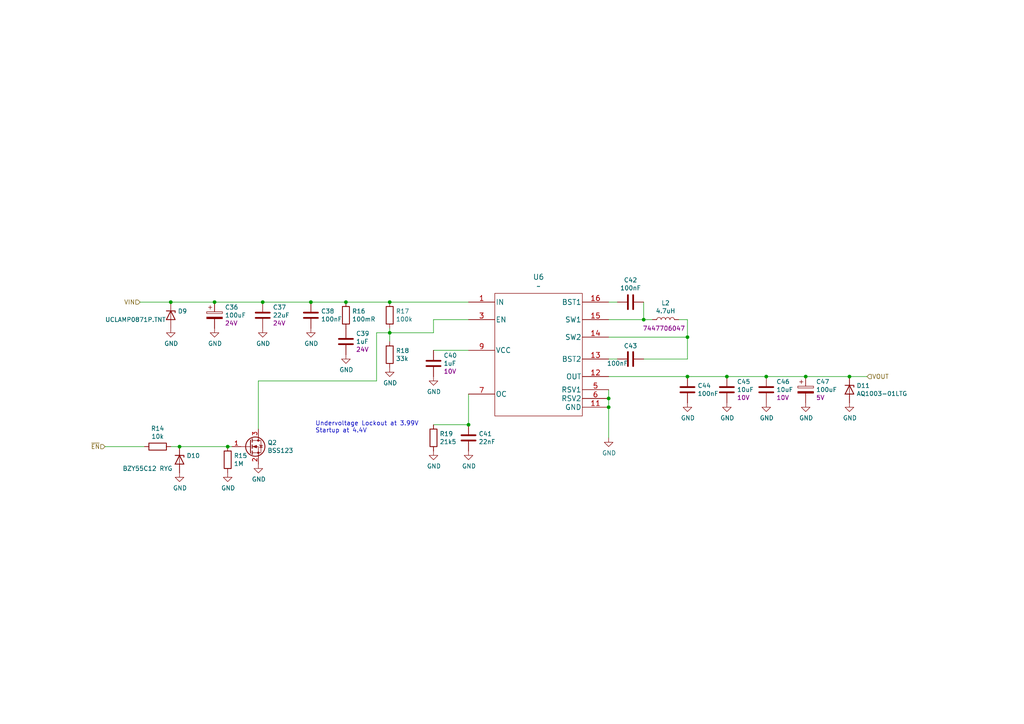
<source format=kicad_sch>
(kicad_sch (version 20211123) (generator eeschema)
  (paper "A4")
  (lib_symbols
    (symbol "Device:C" (pin_numbers hide) (pin_names (offset 0.254))
      (property "Reference" "C" (at 0.635 2.54 0))
      (property "Value" "C" (at 0.635 -2.54 0))
      (symbol "C_0_1"
        (polyline (pts (xy -2.032 -0.762) (xy 2.032 -0.762)) (stroke (width 0.508)))
        (polyline (pts (xy -2.032 0.762) (xy 2.032 0.762)) (stroke (width 0.508)))
      )
      (symbol "C_1_1"
        (pin passive line (at 0 3.81 270) (length 2.794) (name "~") (number "1"))
        (pin passive line (at 0 -3.81 90) (length 2.794) (name "~") (number "2"))
      )
    )
    (symbol "Device:D_Zener" (pin_numbers hide) (pin_names (offset 1.016) hide)
      (property "Reference" "D" (at 0 2.54 0))
      (property "Value" "D_Zener" (at 0 -2.54 0))
      (symbol "D_Zener_0_1"
        (polyline (pts (xy 1.27 0) (xy -1.27 0)))
        (polyline (pts (xy -1.27 -1.27) (xy -1.27 1.27) (xy -0.762 1.27)) (stroke (width 0.254)))
        (polyline (pts (xy 1.27 -1.27) (xy 1.27 1.27) (xy -1.27 0) (xy 1.27 -1.27)) (stroke (width 0.254)))
      )
      (symbol "D_Zener_1_1"
        (pin passive line (at -3.81 0 0) (length 2.54) (name "K") (number "1"))
        (pin passive line (at 3.81 0 180) (length 2.54) (name "A") (number "2"))
      )
    )
    (symbol "Device:L" (pin_numbers hide) (pin_names (offset 1.016) hide)
      (property "Reference" "L" (at -1.27 0 90))
      (property "Value" "L" (at 1.905 0 90))
      (symbol "L_0_1"
        (arc (start 0 -2.54) (mid 0.635 -1.905) (end 0 -1.27))
        (arc (start 0 -1.27) (mid 0.635 -0.635) (end 0 0))
        (arc (start 0 0) (mid 0.635 0.635) (end 0 1.27))
        (arc (start 0 1.27) (mid 0.635 1.905) (end 0 2.54))
      )
      (symbol "L_1_1"
        (pin passive line (at 0 3.81 270) (length 1.27) (name "1") (number "1"))
        (pin passive line (at 0 -3.81 90) (length 1.27) (name "2") (number "2"))
      )
    )
    (symbol "Device:Q_NMOS_GSD" (pin_names (offset 0) hide)
      (property "Reference" "Q" (at 5.08 1.27 0))
      (property "Value" "Q_NMOS_GSD" (at 5.08 -1.27 0))
      (symbol "Q_NMOS_GSD_0_1"
        (polyline (pts (xy 0.254 0) (xy -2.54 0)))
        (polyline (pts (xy 0.254 1.905) (xy 0.254 -1.905)) (stroke (width 0.254)))
        (polyline (pts (xy 0.762 -1.27) (xy 0.762 -2.286)) (stroke (width 0.254)))
        (polyline (pts (xy 0.762 0.508) (xy 0.762 -0.508)) (stroke (width 0.254)))
        (polyline (pts (xy 0.762 2.286) (xy 0.762 1.27)) (stroke (width 0.254)))
        (polyline (pts (xy 2.54 2.54) (xy 2.54 1.778)))
        (polyline (pts (xy 2.54 -2.54) (xy 2.54 0) (xy 0.762 0)))
        (polyline (pts (xy 0.762 -1.778) (xy 3.302 -1.778) (xy 3.302 1.778) (xy 0.762 1.778)))
        (polyline (pts (xy 1.016 0) (xy 2.032 0.381) (xy 2.032 -0.381) (xy 1.016 0)) (fill (type outline)))
        (polyline (pts (xy 2.794 0.508) (xy 2.921 0.381) (xy 3.683 0.381) (xy 3.81 0.254)))
        (polyline (pts (xy 3.302 0.381) (xy 2.921 -0.254) (xy 3.683 -0.254) (xy 3.302 0.381)))
        (circle (center 1.651 0) (radius 2.794) (stroke (width 0.254)))
        (circle (center 2.54 -1.778) (radius 0.254) (fill (type outline)))
        (circle (center 2.54 1.778) (radius 0.254) (fill (type outline)))
      )
      (symbol "Q_NMOS_GSD_1_1"
        (pin input line (at -5.08 0 0) (length 2.54) (name "G") (number "1"))
        (pin passive line (at 2.54 -5.08 90) (length 2.54) (name "S") (number "2"))
        (pin passive line (at 2.54 5.08 270) (length 2.54) (name "D") (number "3"))
      )
    )
    (symbol "Device:R" (pin_numbers hide) (pin_names (offset 0))
      (property "Reference" "R" (at 2.032 0 90))
      (property "Value" "R" (at 0 0 90))
      (symbol "R_0_1"
        (rectangle (start -1.016 -2.54) (end 1.016 2.54) (stroke (width 0.254)))
      )
      (symbol "R_1_1"
        (pin passive line (at 0 3.81 270) (length 1.27) (name "~") (number "1"))
        (pin passive line (at 0 -3.81 90) (length 1.27) (name "~") (number "2"))
      )
    )
    (symbol "STS1_DCDC:MP28167GQ" (pin_names (offset 0.254))
      (property "Reference" "U" (at 20.32 10.16 0))
      (property "Value" "MP28167GQ" (at 20.32 7.62 0))
      (symbol "MP28167GQ_1_1"
        (rectangle (start 7.62 2.54) (end 33.02 -33.02))
        (pin input line (at 0 0 0) (length 7.62) (name "IN") (number "1"))
        (pin power_in line (at 40.64 -30.48 180) (length 7.62) hide (name "AGND") (number "10"))
        (pin power_in line (at 40.64 -30.48 180) (length 7.62) (name "GND") (number "11"))
        (pin output line (at 40.64 -21.59 180) (length 7.62) (name "OUT") (number "12"))
        (pin bidirectional line (at 40.64 -16.51 180) (length 7.62) (name "BST2") (number "13"))
        (pin bidirectional line (at 40.64 -10.16 180) (length 7.62) (name "SW2") (number "14"))
        (pin bidirectional line (at 40.64 -5.08 180) (length 7.62) (name "SW1") (number "15"))
        (pin bidirectional line (at 40.64 0 180) (length 7.62) (name "BST1") (number "16"))
        (pin power_in line (at 40.64 -30.48 180) (length 7.62) hide (name "GND") (number "2"))
        (pin unspecified line (at 0 -5.08 0) (length 7.62) (name "EN") (number "3"))
        (pin power_in line (at 40.64 -30.48 180) (length 7.62) hide (name "NC") (number "4"))
        (pin bidirectional line (at 40.64 -25.4 180) (length 7.62) (name "RSV1") (number "5"))
        (pin bidirectional line (at 40.64 -27.94 180) (length 7.62) (name "RSV2") (number "6"))
        (pin unspecified line (at 0 -26.67 0) (length 7.62) (name "OC") (number "7"))
        (pin power_out line (at 40.64 -30.48 180) (length 7.62) hide (name "NC") (number "8"))
        (pin power_in line (at 0 -13.97 0) (length 7.62) (name "VCC") (number "9"))
      )
    )
    (symbol "STS1_VRM-rescue:CP-Device" (pin_numbers hide) (pin_names (offset 0.254))
      (property "Reference" "C" (at 0.635 2.54 0))
      (property "Value" "CP-Device" (at 0.635 -2.54 0))
      (symbol "CP-Device_0_1"
        (rectangle (start -2.286 0.508) (end 2.286 1.016))
        (polyline (pts (xy -1.778 2.286) (xy -0.762 2.286)))
        (polyline (pts (xy -1.27 2.794) (xy -1.27 1.778)))
        (rectangle (start 2.286 -0.508) (end -2.286 -1.016) (fill (type outline)))
      )
      (symbol "CP-Device_1_1"
        (pin passive line (at 0 3.81 270) (length 2.794) (name "~") (number "1"))
        (pin passive line (at 0 -3.81 90) (length 2.794) (name "~") (number "2"))
      )
    )
    (symbol "power:GND" (power) (pin_names (offset 0))
      (property "Value" "GND" (at 0 -3.81 0))
      (symbol "GND_0_1"
        (polyline (pts (xy 0 0) (xy 0 -1.27) (xy 1.27 -1.27) (xy 0 -2.54) (xy -1.27 -1.27) (xy 0 -1.27)))
      )
      (symbol "GND_1_1"
        (pin power_in line (at 0 0 270) (length 0) hide (name "GND") (number "1"))
      )
    )
  )
  (junction (at 233.68 109.22))
  (junction (at 199.39 97.79))
  (junction (at 176.53 115.57))
  (junction (at 113.03 96.52))
  (junction (at 49.53 87.63))
  (junction (at 210.82 109.22))
  (junction (at 52.07 129.54))
  (junction (at 62.23 87.63))
  (junction (at 90.17 87.63))
  (junction (at 246.38 109.22))
  (junction (at 66.04 129.54))
  (junction (at 199.39 109.22))
  (junction (at 222.25 109.22))
  (junction (at 186.69 92.71))
  (junction (at 135.89 123.19))
  (junction (at 176.53 118.11))
  (junction (at 113.03 87.63))
  (junction (at 100.33 87.63))
  (junction (at 76.2 87.63))
  (wire (pts (xy 176.53 97.79) (xy 199.39 97.79)))
  (wire (pts (xy 199.39 104.14) (xy 199.39 97.79)))
  (wire (pts (xy 113.03 96.52) (xy 125.73 96.52)))
  (wire (pts (xy 233.68 109.22) (xy 246.38 109.22)))
  (wire (pts (xy 90.17 87.63) (xy 100.33 87.63)))
  (wire (pts (xy 176.53 104.14) (xy 179.07 104.14)))
  (wire (pts (xy 199.39 109.22) (xy 210.82 109.22)))
  (wire (pts (xy 186.69 104.14) (xy 199.39 104.14)))
  (wire (pts (xy 125.73 96.52) (xy 125.73 92.71)))
  (wire (pts (xy 74.93 110.49) (xy 109.22 110.49)))
  (wire (pts (xy 176.53 92.71) (xy 186.69 92.71)))
  (wire (pts (xy 40.64 87.63) (xy 49.53 87.63)))
  (wire (pts (xy 30.48 129.54) (xy 41.91 129.54)))
  (wire (pts (xy 176.53 113.03) (xy 176.53 115.57)))
  (wire (pts (xy 176.53 115.57) (xy 176.53 118.11)))
  (wire (pts (xy 210.82 109.22) (xy 222.25 109.22)))
  (wire (pts (xy 109.22 96.52) (xy 113.03 96.52)))
  (wire (pts (xy 186.69 92.71) (xy 189.23 92.71)))
  (wire (pts (xy 125.73 101.6) (xy 135.89 101.6)))
  (wire (pts (xy 113.03 95.25) (xy 113.03 96.52)))
  (wire (pts (xy 246.38 109.22) (xy 251.46 109.22)))
  (wire (pts (xy 76.2 87.63) (xy 90.17 87.63)))
  (wire (pts (xy 113.03 87.63) (xy 135.89 87.63)))
  (wire (pts (xy 222.25 109.22) (xy 233.68 109.22)))
  (wire (pts (xy 186.69 87.63) (xy 186.69 92.71)))
  (wire (pts (xy 176.53 118.11) (xy 176.53 127)))
  (wire (pts (xy 135.89 123.19) (xy 135.89 114.3)))
  (wire (pts (xy 176.53 87.63) (xy 179.07 87.63)))
  (wire (pts (xy 109.22 110.49) (xy 109.22 96.52)))
  (wire (pts (xy 49.53 87.63) (xy 62.23 87.63)))
  (wire (pts (xy 125.73 92.71) (xy 135.89 92.71)))
  (wire (pts (xy 62.23 87.63) (xy 76.2 87.63)))
  (wire (pts (xy 66.04 129.54) (xy 67.31 129.54)))
  (wire (pts (xy 125.73 123.19) (xy 135.89 123.19)))
  (wire (pts (xy 176.53 109.22) (xy 199.39 109.22)))
  (wire (pts (xy 49.53 129.54) (xy 52.07 129.54)))
  (wire (pts (xy 199.39 92.71) (xy 196.85 92.71)))
  (wire (pts (xy 100.33 87.63) (xy 113.03 87.63)))
  (wire (pts (xy 199.39 97.79) (xy 199.39 92.71)))
  (wire (pts (xy 52.07 129.54) (xy 66.04 129.54)))
  (wire (pts (xy 74.93 124.46) (xy 74.93 110.49)))
  (wire (pts (xy 113.03 96.52) (xy 113.03 99.06)))
  (text "Undervoltage Lockout at 3.99V\nStartup at 4.4V" (at 91.44 125.73 0) (effects (font (size 1.27 1.27)) (justify left bottom)))
  (hierarchical_label "VIN" (shape input) (at 40.64 87.63 180))
  (hierarchical_label "VOUT" (shape input) (at 251.46 109.22 0))
  (hierarchical_label "~{EN}" (shape input) (at 30.48 129.54 180))
  (symbol (lib_id "Device:C") (at 135.89 127 0) (unit 1)
    (property "Reference" "C41" (at 138.811 125.8316 0) (effects (justify left)))
    (property "Value" "22nF" (at 138.811 128.143 0) (effects (justify left)))
    (property "Footprint" "Capacitor_SMD:C_0603_1608Metric" (effects hide))
  )
  (symbol (lib_id "Device:C") (at 210.82 113.03 0) (unit 1)
    (property "Reference" "C45" (at 213.741 110.7186 0) (effects (justify left)))
    (property "Value" "10uF" (at 213.741 113.03 0) (effects (justify left)))
    (property "Footprint" "Capacitor_SMD:C_0805_2012Metric" (effects hide))
    (property "Voltage" "10V" (at 213.741 115.3414 0) (effects (justify left)))
  )
  (symbol (lib_id "power:GND") (at 199.39 116.84 0) (unit 1)
    (property "Reference" "#PWR0123" (effects hide))
    (property "Value" "~" (at 199.517 121.2342 0))
  )
  (symbol (lib_id "power:GND") (at 113.03 106.68 0) (unit 1)
    (property "Reference" "#PWR0128" (effects hide))
    (property "Value" "~" (at 113.157 111.0742 0))
  )
  (symbol (lib_id "power:GND") (at 66.04 137.16 0) (unit 1)
    (property "Reference" "#PWR096" (effects hide))
    (property "Value" "~" (at 66.167 141.5542 0))
  )
  (symbol (lib_id "power:GND") (at 100.33 102.87 0) (unit 1)
    (property "Reference" "#PWR0100" (effects hide))
    (property "Value" "~" (at 100.457 107.2642 0))
  )
  (symbol (lib_id "Device:Q_NMOS_GSD") (at 72.39 129.54 0) (unit 1)
    (property "Reference" "Q2" (at 77.5716 128.3716 0) (effects (justify left)))
    (property "Value" "BSS123" (at 77.5716 130.683 0) (effects (justify left)))
    (property "Footprint" "Package_TO_SOT_SMD:SOT-23" (effects hide))
  )
  (symbol (lib_id "Device:D_Zener") (at 52.07 133.35 270) (unit 1)
    (property "Reference" "D10" (at 54.102 132.1816 90) (effects (justify left)))
    (property "Value" "BZY55C12 RYG " (at 35.56 135.89 90) (effects (justify left)))
    (property "Footprint" "Diode_SMD:D_0805_2012Metric" (effects hide))
  )
  (symbol (lib_id "power:GND") (at 74.93 134.62 0) (unit 1)
    (property "Reference" "#PWR097" (effects hide))
    (property "Value" "~" (at 75.057 139.0142 0))
  )
  (symbol (lib_id "power:GND") (at 52.07 137.16 0) (unit 1)
    (property "Reference" "#PWR094" (effects hide))
    (property "Value" "~" (at 52.197 141.5542 0))
  )
  (symbol (lib_id "STS1_VRM-rescue:CP-Device") (at 62.23 91.44 0) (unit 1)
    (property "Reference" "C36" (at 65.2272 89.1286 0) (effects (justify left)))
    (property "Value" "100uF" (at 65.2272 91.44 0) (effects (justify left)))
    (property "Footprint" "Capacitor_Tantalum_SMD:CP_EIA-7343-43_Kemet-X" (effects hide))
    (property "Voltage" "24V" (at 65.2272 93.7514 0) (effects (justify left)))
  )
  (symbol (lib_id "power:GND") (at 222.25 116.84 0) (unit 1)
    (property "Reference" "#PWR0108" (effects hide))
    (property "Value" "~" (at 222.377 121.2342 0))
  )
  (symbol (lib_id "Device:C") (at 125.73 105.41 0) (unit 1)
    (property "Reference" "C40" (at 128.651 103.0986 0) (effects (justify left)))
    (property "Value" "1uF" (at 128.651 105.41 0) (effects (justify left)))
    (property "Footprint" "Capacitor_SMD:C_0805_2012Metric" (effects hide))
    (property "Voltage" "10V" (at 128.651 107.7214 0) (effects (justify left)))
  )
  (symbol (lib_id "Device:L") (at 193.04 92.71 90) (unit 1)
    (property "Reference" "L2" (at 193.04 87.884 90))
    (property "Value" "4.7uH" (at 193.04 90.1954 90))
    (property "Footprint" "Inductor_SMD:L_12x12mm_H6mm" (effects hide))
    (property "Part" "7447706047 " (at 193.04 95.25 90))
  )
  (symbol (lib_id "Device:D_Zener") (at 49.53 91.44 270) (unit 1)
    (property "Reference" "D9" (at 51.562 90.2716 90) (effects (justify left)))
    (property "Value" "UCLAMP0871P.TNT " (at 30.48 92.71 90) (effects (justify left)))
    (property "Footprint" "STS_Package_DFN_QFN:SGP1610N2" (effects hide))
  )
  (symbol (lib_id "Device:C") (at 90.17 91.44 0) (unit 1)
    (property "Reference" "C38" (at 93.091 90.2716 0) (effects (justify left)))
    (property "Value" "100nF" (at 93.091 92.583 0) (effects (justify left)))
    (property "Footprint" "Capacitor_SMD:C_0603_1608Metric" (effects hide))
  )
  (symbol (lib_id "Device:C") (at 222.25 113.03 0) (unit 1)
    (property "Reference" "C46" (at 225.171 110.7186 0) (effects (justify left)))
    (property "Value" "10uF" (at 225.171 113.03 0) (effects (justify left)))
    (property "Footprint" "Capacitor_SMD:C_0805_2012Metric" (effects hide))
    (property "Voltage" "10V" (at 225.171 115.3414 0) (effects (justify left)))
  )
  (symbol (lib_id "Device:C") (at 100.33 99.06 0) (unit 1)
    (property "Reference" "C39" (at 103.251 96.7486 0) (effects (justify left)))
    (property "Value" "1uF" (at 103.251 99.06 0) (effects (justify left)))
    (property "Footprint" "Capacitor_SMD:C_0805_2012Metric" (effects hide))
    (property "Voltage" "24V" (at 103.251 101.3714 0) (effects (justify left)))
    (property "Populate" "false" (effects hide))
  )
  (symbol (lib_id "power:GND") (at 125.73 109.22 0) (unit 1)
    (property "Reference" "#PWR0126" (effects hide))
    (property "Value" "~" (at 125.857 113.6142 0))
  )
  (symbol (lib_id "Device:R") (at 113.03 102.87 0) (unit 1)
    (property "Reference" "R18" (at 114.808 101.7016 0) (effects (justify left)))
    (property "Value" "33k" (at 114.808 104.013 0) (effects (justify left)))
    (property "Footprint" "Resistor_SMD:R_0603_1608Metric" (effects hide))
  )
  (symbol (lib_id "power:GND") (at 76.2 95.25 0) (unit 1)
    (property "Reference" "#PWR098" (effects hide))
    (property "Value" "~" (at 76.327 99.6442 0))
  )
  (symbol (lib_id "power:GND") (at 246.38 116.84 0) (unit 1)
    (property "Reference" "#PWR0110" (effects hide))
    (property "Value" "~" (at 246.507 121.2342 0))
  )
  (symbol (lib_id "Device:C") (at 182.88 104.14 270) (unit 1)
    (property "Reference" "C43" (at 182.88 100.33 90))
    (property "Value" "100nF" (at 179.07 105.41 90))
    (property "Footprint" "Capacitor_SMD:C_0603_1608Metric" (effects hide))
  )
  (symbol (lib_id "Device:C") (at 76.2 91.44 0) (unit 1)
    (property "Reference" "C37" (at 79.121 89.1286 0) (effects (justify left)))
    (property "Value" "22uF" (at 79.121 91.44 0) (effects (justify left)))
    (property "Footprint" "Capacitor_SMD:C_1206_3216Metric" (effects hide))
    (property "Voltage" "24V" (at 79.121 93.7514 0) (effects (justify left)))
  )
  (symbol (lib_id "power:GND") (at 135.89 130.81 0) (unit 1)
    (property "Reference" "#PWR0127" (effects hide))
    (property "Value" "~" (at 136.017 135.2042 0))
  )
  (symbol (lib_id "Device:R") (at 100.33 91.44 0) (unit 1)
    (property "Reference" "R16" (at 102.108 90.2716 0) (effects (justify left)))
    (property "Value" "100mR" (at 102.108 92.583 0) (effects (justify left)))
    (property "Footprint" "Resistor_SMD:R_0603_1608Metric" (effects hide))
    (property "Populate" "false" (effects hide))
  )
  (symbol (lib_id "Device:D_Zener") (at 246.38 113.03 270) (unit 1)
    (property "Reference" "D11" (at 248.412 111.8616 90) (effects (justify left)))
    (property "Value" "AQ1003-01LTG " (at 248.412 114.173 90) (effects (justify left)))
    (property "Footprint" "Diode_SMD:D_SOD-523" (effects hide))
  )
  (symbol (lib_id "STS1_DCDC:MP28167GQ") (at 135.89 87.63 0) (unit 1)
    (property "Reference" "U6" (at 156.21 80.3402 0) (effects (font (size 1.524 1.524))))
    (property "Value" "~" (at 156.21 83.0326 0) (effects (font (size 1.524 1.524))))
    (property "Footprint" "STS_Package_DFN_QFN:MP28167_QFN16" (effects hide))
    (property "Datasheet" "https://www.monolithicpower.com/en/documentview/productdocument/index/version/2/document_type/Datasheet/lang/en/sku/MP28167GQ/document_id/4000/" (effects hide))
  )
  (symbol (lib_id "Device:C") (at 182.88 87.63 270) (unit 1)
    (property "Reference" "C42" (at 182.88 81.2292 90))
    (property "Value" "100nF" (at 182.88 83.5406 90))
    (property "Footprint" "Capacitor_SMD:C_0603_1608Metric" (effects hide))
  )
  (symbol (lib_id "power:GND") (at 125.73 130.81 0) (unit 1)
    (property "Reference" "#PWR0125" (effects hide))
    (property "Value" "~" (at 125.857 135.2042 0))
  )
  (symbol (lib_id "power:GND") (at 233.68 116.84 0) (unit 1)
    (property "Reference" "#PWR0109" (effects hide))
    (property "Value" "~" (at 233.807 121.2342 0))
  )
  (symbol (lib_id "power:GND") (at 49.53 95.25 0) (unit 1)
    (property "Reference" "#PWR093" (effects hide))
    (property "Value" "~" (at 49.657 99.6442 0))
  )
  (symbol (lib_id "Device:R") (at 45.72 129.54 270) (unit 1)
    (property "Reference" "R14" (at 45.72 124.2822 90))
    (property "Value" "10k" (at 45.72 126.5936 90))
    (property "Footprint" "Resistor_SMD:R_0603_1608Metric" (effects hide))
  )
  (symbol (lib_id "power:GND") (at 176.53 127 0) (unit 1)
    (property "Reference" "#PWR0129" (effects hide))
    (property "Value" "~" (at 176.657 131.3942 0))
  )
  (symbol (lib_id "Device:C") (at 199.39 113.03 0) (unit 1)
    (property "Reference" "C44" (at 202.311 111.8616 0) (effects (justify left)))
    (property "Value" "100nF" (at 202.311 114.173 0) (effects (justify left)))
    (property "Footprint" "Capacitor_SMD:C_0603_1608Metric" (effects hide))
  )
  (symbol (lib_id "STS1_VRM-rescue:CP-Device") (at 233.68 113.03 0) (unit 1)
    (property "Reference" "C47" (at 236.6772 110.7186 0) (effects (justify left)))
    (property "Value" "100uF" (at 236.6772 113.03 0) (effects (justify left)))
    (property "Footprint" "Capacitor_Tantalum_SMD:CP_EIA-7343-43_Kemet-X" (effects hide))
    (property "Voltage" "5V" (at 236.6772 115.3414 0) (effects (justify left)))
  )
  (symbol (lib_id "Device:R") (at 66.04 133.35 0) (unit 1)
    (property "Reference" "R15" (at 67.818 132.1816 0) (effects (justify left)))
    (property "Value" "1M" (at 67.818 134.493 0) (effects (justify left)))
    (property "Footprint" "Resistor_SMD:R_0603_1608Metric" (effects hide))
  )
  (symbol (lib_id "power:GND") (at 210.82 116.84 0) (unit 1)
    (property "Reference" "#PWR0107" (effects hide))
    (property "Value" "~" (at 210.947 121.2342 0))
  )
  (symbol (lib_id "power:GND") (at 90.17 95.25 0) (unit 1)
    (property "Reference" "#PWR099" (effects hide))
    (property "Value" "~" (at 90.297 99.6442 0))
  )
  (symbol (lib_id "Device:R") (at 113.03 91.44 0) (unit 1)
    (property "Reference" "R17" (at 114.808 90.2716 0) (effects (justify left)))
    (property "Value" "100k" (at 114.808 92.583 0) (effects (justify left)))
    (property "Footprint" "Resistor_SMD:R_0603_1608Metric" (effects hide))
  )
  (symbol (lib_id "power:GND") (at 62.23 95.25 0) (unit 1)
    (property "Reference" "#PWR095" (effects hide))
    (property "Value" "~" (at 62.357 99.6442 0))
  )
  (symbol (lib_id "Device:R") (at 125.73 127 0) (unit 1)
    (property "Reference" "R19" (at 127.508 125.8316 0) (effects (justify left)))
    (property "Value" "21k5" (at 127.508 128.143 0) (effects (justify left)))
    (property "Footprint" "Resistor_SMD:R_0603_1608Metric" (effects hide))
  )
)
</source>
